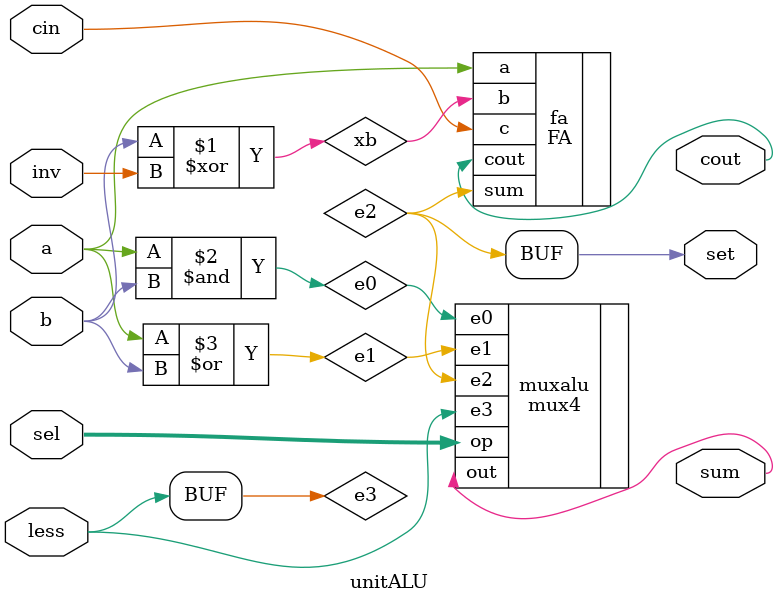
<source format=v>
module unitALU( sum, cout, set, a, b, cin, less, sel, inv );
    input a, b, cin, less, inv;
    input [1:0] sel;
    output cout, sum, set;
	
    wire e0, e1, e2, e3, xb;
    
    xor( xb, b, inv );
    and( e0, a, b );
    or( e1, a, b );
    FA fa( .sum(e2), .cout(cout), .a(a), .b(xb), .c(cin) );
	assign set = e2;
    assign e3 = less;
	mux4 muxalu( .out(sum), .op(sel), .e0(e0), .e1(e1), .e2(e2), .e3(e3) );
	
endmodule
</source>
